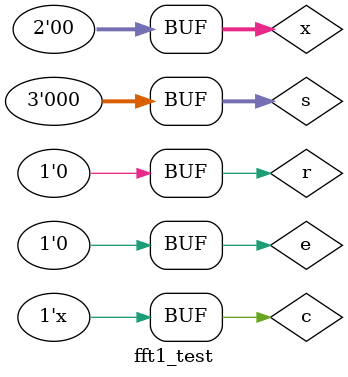
<source format=v>
`timescale 1ns / 1ps



module fft1_test;

	wire y0;
	wire y1;
	wire y2;
	wire y3;
	wire y4;
	wire y5;
	wire y6;
	wire y7;
	reg [0:1] x;
	reg r;

	reg c;
	reg e;
	reg [0:2]s;

	
	fft1 uut (
		.y0(y0),
		.y1(y1),
		.y2(y2),
		.y3(y3),
		.y4(y4),
		.y5(y5),
		.y6(y6),
		.y7(y7),
		.x(x), 
		.r(r),
		.c(c),
		.e(e),
		.s(s)
	);

	initial begin
		
		x = 0;
		r = 1;
		e=0;
		s=0;
		c=0;
		#10;
		r=0;
		
		
		#10.25;
		e=1;

		x=2'b01;
   #1   x=2'b00;
	#1	x=2'b00;		
	#1   x=2'b00;
	#1	x=2'b00;
	#1	x=2'b00;
	#1	x=2'b00;
	#1	x=2'b01;
	#0.5 e=0;
	#1 s[0]=1;
	#1 s=0;
	#1 s[1]=1;
	#1 s=0;
	#1 s[2]=1;
	#1 s=0;
	
	
	
		#9.5;
		
		e=1;
		x=2'b01;
   #1 x=2'b00;
	#1	x=2'b01;		
	#1	x=2'b00;
	#1	x=2'b01;
	#1	x=2'b00;
	#1	x=2'b01;
	#1	x=2'b00;
	#0.5 e=0;
	#1 s[0]=1;
	#1 s=0;
	#1 s[1]=1;
	#1 s=0;
	#1 s[2]=1;
	#1 s=0;
		
	#9.5;
		
			e=1;
		x=2'b01;
   #1  x=2'b00;
	#1	x=2'b00;		
	#1	x=2'b00;
	#1	x=2'b00;
	#1	x=2'b00;
	#1	x=2'b00;
	#1	x=2'b00;
	#0.5 e=0;
	#1 s[0]=1;
	#1 s=0;
	#1 s[1]=1;
	#1 s=0;
	#1 s[2]=1;
	#1 s=0;
		//integer in;
	//for(in=0;in<9;in=in+1)
	//$display("%b/n",yi[in]);
	
		
	
	end
	always #0.5 c=~c;
      
endmodule 
</source>
